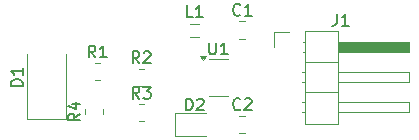
<source format=gbr>
%TF.GenerationSoftware,KiCad,Pcbnew,9.0.1*%
%TF.CreationDate,2025-05-30T03:40:45-05:00*%
%TF.ProjectId,ME433HW15,4d453433-3348-4573-9135-2e6b69636164,rev?*%
%TF.SameCoordinates,Original*%
%TF.FileFunction,Legend,Top*%
%TF.FilePolarity,Positive*%
%FSLAX46Y46*%
G04 Gerber Fmt 4.6, Leading zero omitted, Abs format (unit mm)*
G04 Created by KiCad (PCBNEW 9.0.1) date 2025-05-30 03:40:45*
%MOMM*%
%LPD*%
G01*
G04 APERTURE LIST*
%ADD10C,0.150000*%
%ADD11C,0.120000*%
G04 APERTURE END LIST*
D10*
X143304819Y-115079166D02*
X142828628Y-115412499D01*
X143304819Y-115650594D02*
X142304819Y-115650594D01*
X142304819Y-115650594D02*
X142304819Y-115269642D01*
X142304819Y-115269642D02*
X142352438Y-115174404D01*
X142352438Y-115174404D02*
X142400057Y-115126785D01*
X142400057Y-115126785D02*
X142495295Y-115079166D01*
X142495295Y-115079166D02*
X142638152Y-115079166D01*
X142638152Y-115079166D02*
X142733390Y-115126785D01*
X142733390Y-115126785D02*
X142781009Y-115174404D01*
X142781009Y-115174404D02*
X142828628Y-115269642D01*
X142828628Y-115269642D02*
X142828628Y-115650594D01*
X142638152Y-114222023D02*
X143304819Y-114222023D01*
X142257200Y-114460118D02*
X142971485Y-114698213D01*
X142971485Y-114698213D02*
X142971485Y-114079166D01*
X152833333Y-106904819D02*
X152357143Y-106904819D01*
X152357143Y-106904819D02*
X152357143Y-105904819D01*
X153690476Y-106904819D02*
X153119048Y-106904819D01*
X153404762Y-106904819D02*
X153404762Y-105904819D01*
X153404762Y-105904819D02*
X153309524Y-106047676D01*
X153309524Y-106047676D02*
X153214286Y-106142914D01*
X153214286Y-106142914D02*
X153119048Y-106190533D01*
X154238095Y-109054819D02*
X154238095Y-109864342D01*
X154238095Y-109864342D02*
X154285714Y-109959580D01*
X154285714Y-109959580D02*
X154333333Y-110007200D01*
X154333333Y-110007200D02*
X154428571Y-110054819D01*
X154428571Y-110054819D02*
X154619047Y-110054819D01*
X154619047Y-110054819D02*
X154714285Y-110007200D01*
X154714285Y-110007200D02*
X154761904Y-109959580D01*
X154761904Y-109959580D02*
X154809523Y-109864342D01*
X154809523Y-109864342D02*
X154809523Y-109054819D01*
X155809523Y-110054819D02*
X155238095Y-110054819D01*
X155523809Y-110054819D02*
X155523809Y-109054819D01*
X155523809Y-109054819D02*
X155428571Y-109197676D01*
X155428571Y-109197676D02*
X155333333Y-109292914D01*
X155333333Y-109292914D02*
X155238095Y-109340533D01*
X156883333Y-106679580D02*
X156835714Y-106727200D01*
X156835714Y-106727200D02*
X156692857Y-106774819D01*
X156692857Y-106774819D02*
X156597619Y-106774819D01*
X156597619Y-106774819D02*
X156454762Y-106727200D01*
X156454762Y-106727200D02*
X156359524Y-106631961D01*
X156359524Y-106631961D02*
X156311905Y-106536723D01*
X156311905Y-106536723D02*
X156264286Y-106346247D01*
X156264286Y-106346247D02*
X156264286Y-106203390D01*
X156264286Y-106203390D02*
X156311905Y-106012914D01*
X156311905Y-106012914D02*
X156359524Y-105917676D01*
X156359524Y-105917676D02*
X156454762Y-105822438D01*
X156454762Y-105822438D02*
X156597619Y-105774819D01*
X156597619Y-105774819D02*
X156692857Y-105774819D01*
X156692857Y-105774819D02*
X156835714Y-105822438D01*
X156835714Y-105822438D02*
X156883333Y-105870057D01*
X157835714Y-106774819D02*
X157264286Y-106774819D01*
X157550000Y-106774819D02*
X157550000Y-105774819D01*
X157550000Y-105774819D02*
X157454762Y-105917676D01*
X157454762Y-105917676D02*
X157359524Y-106012914D01*
X157359524Y-106012914D02*
X157264286Y-106060533D01*
X138454819Y-112738094D02*
X137454819Y-112738094D01*
X137454819Y-112738094D02*
X137454819Y-112499999D01*
X137454819Y-112499999D02*
X137502438Y-112357142D01*
X137502438Y-112357142D02*
X137597676Y-112261904D01*
X137597676Y-112261904D02*
X137692914Y-112214285D01*
X137692914Y-112214285D02*
X137883390Y-112166666D01*
X137883390Y-112166666D02*
X138026247Y-112166666D01*
X138026247Y-112166666D02*
X138216723Y-112214285D01*
X138216723Y-112214285D02*
X138311961Y-112261904D01*
X138311961Y-112261904D02*
X138407200Y-112357142D01*
X138407200Y-112357142D02*
X138454819Y-112499999D01*
X138454819Y-112499999D02*
X138454819Y-112738094D01*
X138454819Y-111214285D02*
X138454819Y-111785713D01*
X138454819Y-111499999D02*
X137454819Y-111499999D01*
X137454819Y-111499999D02*
X137597676Y-111595237D01*
X137597676Y-111595237D02*
X137692914Y-111690475D01*
X137692914Y-111690475D02*
X137740533Y-111785713D01*
X165051666Y-106644819D02*
X165051666Y-107359104D01*
X165051666Y-107359104D02*
X165004047Y-107501961D01*
X165004047Y-107501961D02*
X164908809Y-107597200D01*
X164908809Y-107597200D02*
X164765952Y-107644819D01*
X164765952Y-107644819D02*
X164670714Y-107644819D01*
X166051666Y-107644819D02*
X165480238Y-107644819D01*
X165765952Y-107644819D02*
X165765952Y-106644819D01*
X165765952Y-106644819D02*
X165670714Y-106787676D01*
X165670714Y-106787676D02*
X165575476Y-106882914D01*
X165575476Y-106882914D02*
X165480238Y-106930533D01*
X148333333Y-110804819D02*
X148000000Y-110328628D01*
X147761905Y-110804819D02*
X147761905Y-109804819D01*
X147761905Y-109804819D02*
X148142857Y-109804819D01*
X148142857Y-109804819D02*
X148238095Y-109852438D01*
X148238095Y-109852438D02*
X148285714Y-109900057D01*
X148285714Y-109900057D02*
X148333333Y-109995295D01*
X148333333Y-109995295D02*
X148333333Y-110138152D01*
X148333333Y-110138152D02*
X148285714Y-110233390D01*
X148285714Y-110233390D02*
X148238095Y-110281009D01*
X148238095Y-110281009D02*
X148142857Y-110328628D01*
X148142857Y-110328628D02*
X147761905Y-110328628D01*
X148714286Y-109900057D02*
X148761905Y-109852438D01*
X148761905Y-109852438D02*
X148857143Y-109804819D01*
X148857143Y-109804819D02*
X149095238Y-109804819D01*
X149095238Y-109804819D02*
X149190476Y-109852438D01*
X149190476Y-109852438D02*
X149238095Y-109900057D01*
X149238095Y-109900057D02*
X149285714Y-109995295D01*
X149285714Y-109995295D02*
X149285714Y-110090533D01*
X149285714Y-110090533D02*
X149238095Y-110233390D01*
X149238095Y-110233390D02*
X148666667Y-110804819D01*
X148666667Y-110804819D02*
X149285714Y-110804819D01*
X152261905Y-114804819D02*
X152261905Y-113804819D01*
X152261905Y-113804819D02*
X152500000Y-113804819D01*
X152500000Y-113804819D02*
X152642857Y-113852438D01*
X152642857Y-113852438D02*
X152738095Y-113947676D01*
X152738095Y-113947676D02*
X152785714Y-114042914D01*
X152785714Y-114042914D02*
X152833333Y-114233390D01*
X152833333Y-114233390D02*
X152833333Y-114376247D01*
X152833333Y-114376247D02*
X152785714Y-114566723D01*
X152785714Y-114566723D02*
X152738095Y-114661961D01*
X152738095Y-114661961D02*
X152642857Y-114757200D01*
X152642857Y-114757200D02*
X152500000Y-114804819D01*
X152500000Y-114804819D02*
X152261905Y-114804819D01*
X153214286Y-113900057D02*
X153261905Y-113852438D01*
X153261905Y-113852438D02*
X153357143Y-113804819D01*
X153357143Y-113804819D02*
X153595238Y-113804819D01*
X153595238Y-113804819D02*
X153690476Y-113852438D01*
X153690476Y-113852438D02*
X153738095Y-113900057D01*
X153738095Y-113900057D02*
X153785714Y-113995295D01*
X153785714Y-113995295D02*
X153785714Y-114090533D01*
X153785714Y-114090533D02*
X153738095Y-114233390D01*
X153738095Y-114233390D02*
X153166667Y-114804819D01*
X153166667Y-114804819D02*
X153785714Y-114804819D01*
X156883333Y-114679580D02*
X156835714Y-114727200D01*
X156835714Y-114727200D02*
X156692857Y-114774819D01*
X156692857Y-114774819D02*
X156597619Y-114774819D01*
X156597619Y-114774819D02*
X156454762Y-114727200D01*
X156454762Y-114727200D02*
X156359524Y-114631961D01*
X156359524Y-114631961D02*
X156311905Y-114536723D01*
X156311905Y-114536723D02*
X156264286Y-114346247D01*
X156264286Y-114346247D02*
X156264286Y-114203390D01*
X156264286Y-114203390D02*
X156311905Y-114012914D01*
X156311905Y-114012914D02*
X156359524Y-113917676D01*
X156359524Y-113917676D02*
X156454762Y-113822438D01*
X156454762Y-113822438D02*
X156597619Y-113774819D01*
X156597619Y-113774819D02*
X156692857Y-113774819D01*
X156692857Y-113774819D02*
X156835714Y-113822438D01*
X156835714Y-113822438D02*
X156883333Y-113870057D01*
X157264286Y-113870057D02*
X157311905Y-113822438D01*
X157311905Y-113822438D02*
X157407143Y-113774819D01*
X157407143Y-113774819D02*
X157645238Y-113774819D01*
X157645238Y-113774819D02*
X157740476Y-113822438D01*
X157740476Y-113822438D02*
X157788095Y-113870057D01*
X157788095Y-113870057D02*
X157835714Y-113965295D01*
X157835714Y-113965295D02*
X157835714Y-114060533D01*
X157835714Y-114060533D02*
X157788095Y-114203390D01*
X157788095Y-114203390D02*
X157216667Y-114774819D01*
X157216667Y-114774819D02*
X157835714Y-114774819D01*
X148333333Y-113804819D02*
X148000000Y-113328628D01*
X147761905Y-113804819D02*
X147761905Y-112804819D01*
X147761905Y-112804819D02*
X148142857Y-112804819D01*
X148142857Y-112804819D02*
X148238095Y-112852438D01*
X148238095Y-112852438D02*
X148285714Y-112900057D01*
X148285714Y-112900057D02*
X148333333Y-112995295D01*
X148333333Y-112995295D02*
X148333333Y-113138152D01*
X148333333Y-113138152D02*
X148285714Y-113233390D01*
X148285714Y-113233390D02*
X148238095Y-113281009D01*
X148238095Y-113281009D02*
X148142857Y-113328628D01*
X148142857Y-113328628D02*
X147761905Y-113328628D01*
X148666667Y-112804819D02*
X149285714Y-112804819D01*
X149285714Y-112804819D02*
X148952381Y-113185771D01*
X148952381Y-113185771D02*
X149095238Y-113185771D01*
X149095238Y-113185771D02*
X149190476Y-113233390D01*
X149190476Y-113233390D02*
X149238095Y-113281009D01*
X149238095Y-113281009D02*
X149285714Y-113376247D01*
X149285714Y-113376247D02*
X149285714Y-113614342D01*
X149285714Y-113614342D02*
X149238095Y-113709580D01*
X149238095Y-113709580D02*
X149190476Y-113757200D01*
X149190476Y-113757200D02*
X149095238Y-113804819D01*
X149095238Y-113804819D02*
X148809524Y-113804819D01*
X148809524Y-113804819D02*
X148714286Y-113757200D01*
X148714286Y-113757200D02*
X148666667Y-113709580D01*
X144603333Y-110304819D02*
X144270000Y-109828628D01*
X144031905Y-110304819D02*
X144031905Y-109304819D01*
X144031905Y-109304819D02*
X144412857Y-109304819D01*
X144412857Y-109304819D02*
X144508095Y-109352438D01*
X144508095Y-109352438D02*
X144555714Y-109400057D01*
X144555714Y-109400057D02*
X144603333Y-109495295D01*
X144603333Y-109495295D02*
X144603333Y-109638152D01*
X144603333Y-109638152D02*
X144555714Y-109733390D01*
X144555714Y-109733390D02*
X144508095Y-109781009D01*
X144508095Y-109781009D02*
X144412857Y-109828628D01*
X144412857Y-109828628D02*
X144031905Y-109828628D01*
X145555714Y-110304819D02*
X144984286Y-110304819D01*
X145270000Y-110304819D02*
X145270000Y-109304819D01*
X145270000Y-109304819D02*
X145174762Y-109447676D01*
X145174762Y-109447676D02*
X145079524Y-109542914D01*
X145079524Y-109542914D02*
X144984286Y-109590533D01*
D11*
%TO.C,R4*%
X143765000Y-115139564D02*
X143765000Y-114685436D01*
X145235000Y-115139564D02*
X145235000Y-114685436D01*
%TO.C,L1*%
X152600378Y-107440000D02*
X153399622Y-107440000D01*
X152600378Y-108560000D02*
X153399622Y-108560000D01*
%TO.C,U1*%
X155000000Y-110440000D02*
X154200000Y-110440000D01*
X155000000Y-110440000D02*
X155800000Y-110440000D01*
X155000000Y-113560000D02*
X154200000Y-113560000D01*
X155000000Y-113560000D02*
X155800000Y-113560000D01*
X153700000Y-110490000D02*
X153460000Y-110160000D01*
X153940000Y-110160000D01*
X153700000Y-110490000D01*
G36*
X153700000Y-110490000D02*
G01*
X153460000Y-110160000D01*
X153940000Y-110160000D01*
X153700000Y-110490000D01*
G37*
%TO.C,C1*%
X156788748Y-107265000D02*
X157311252Y-107265000D01*
X156788748Y-108735000D02*
X157311252Y-108735000D01*
%TO.C,D1*%
X138850000Y-115510000D02*
X138850000Y-110000000D01*
X138850000Y-115510000D02*
X142150000Y-115510000D01*
X142150000Y-115510000D02*
X142150000Y-110000000D01*
%TO.C,J1*%
X159730000Y-108190000D02*
X161000000Y-108190000D01*
X159730000Y-109460000D02*
X159730000Y-108190000D01*
X162077358Y-111570000D02*
X162390000Y-111570000D01*
X162077358Y-112430000D02*
X162390000Y-112430000D01*
X162077358Y-114110000D02*
X162390000Y-114110000D01*
X162077358Y-114970000D02*
X162390000Y-114970000D01*
X162160000Y-109030000D02*
X162390000Y-109030000D01*
X162160000Y-109890000D02*
X162390000Y-109890000D01*
X162390000Y-108080000D02*
X162390000Y-115920000D01*
X162390000Y-110730000D02*
X165150000Y-110730000D01*
X162390000Y-113270000D02*
X165150000Y-113270000D01*
X162390000Y-115920000D02*
X165150000Y-115920000D01*
X165150000Y-108080000D02*
X162390000Y-108080000D01*
X165150000Y-111570000D02*
X171150000Y-111570000D01*
X165150000Y-114110000D02*
X171150000Y-114110000D01*
X165150000Y-115920000D02*
X165150000Y-108080000D01*
X171150000Y-111570000D02*
X171150000Y-112430000D01*
X171150000Y-112430000D02*
X165150000Y-112430000D01*
X171150000Y-114110000D02*
X171150000Y-114970000D01*
X171150000Y-114970000D02*
X165150000Y-114970000D01*
X165150000Y-109030000D02*
X171150000Y-109030000D01*
X171150000Y-109890000D01*
X165150000Y-109890000D01*
X165150000Y-109030000D01*
G36*
X165150000Y-109030000D02*
G01*
X171150000Y-109030000D01*
X171150000Y-109890000D01*
X165150000Y-109890000D01*
X165150000Y-109030000D01*
G37*
%TO.C,R2*%
X148272936Y-111265000D02*
X148727064Y-111265000D01*
X148272936Y-112735000D02*
X148727064Y-112735000D01*
%TO.C,D2*%
X151315000Y-115040000D02*
X151315000Y-116960000D01*
X151315000Y-116960000D02*
X154000000Y-116960000D01*
X154000000Y-115040000D02*
X151315000Y-115040000D01*
%TO.C,C2*%
X156788748Y-115265000D02*
X157311252Y-115265000D01*
X156788748Y-116735000D02*
X157311252Y-116735000D01*
%TO.C,R3*%
X148272936Y-114265000D02*
X148727064Y-114265000D01*
X148272936Y-115735000D02*
X148727064Y-115735000D01*
%TO.C,R1*%
X144542936Y-110765000D02*
X144997064Y-110765000D01*
X144542936Y-112235000D02*
X144997064Y-112235000D01*
%TD*%
M02*

</source>
